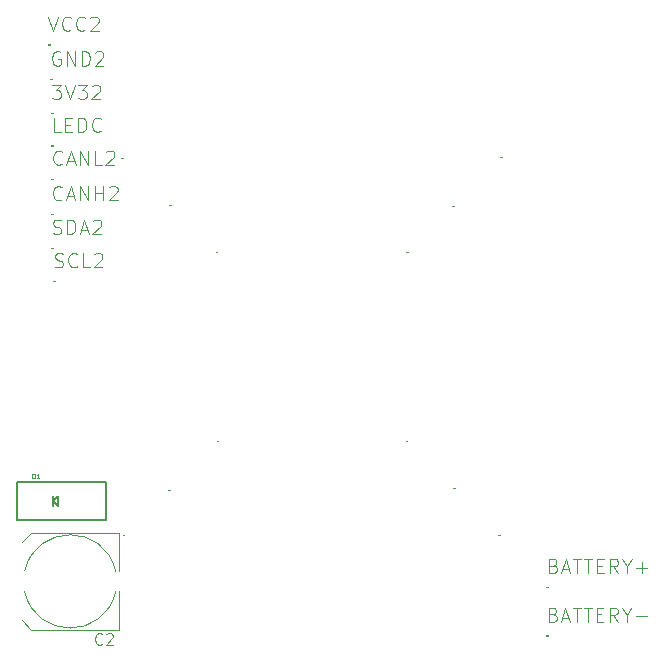
<source format=gbr>
G04 #@! TF.FileFunction,Legend,Top*
%FSLAX46Y46*%
G04 Gerber Fmt 4.6, Leading zero omitted, Abs format (unit mm)*
G04 Created by KiCad (PCBNEW 4.0.6) date 05/08/17 07:30:41*
%MOMM*%
%LPD*%
G01*
G04 APERTURE LIST*
%ADD10C,0.100000*%
%ADD11C,0.101600*%
%ADD12C,0.127000*%
%ADD13C,0.002032*%
%ADD14C,0.081280*%
%ADD15C,0.032512*%
G04 APERTURE END LIST*
D10*
D11*
X33828100Y-126757898D02*
G75*
G03X41528100Y-126757900I3850000J872599D01*
G01*
X41778100Y-126707900D02*
X41778100Y-129982900D01*
X41778100Y-129982900D02*
X34378100Y-129982900D01*
X34378100Y-129982900D02*
X33578100Y-129182900D01*
X33578100Y-122582900D02*
X34378100Y-121782900D01*
X34378100Y-121782900D02*
X41778100Y-121782900D01*
X41778100Y-121782900D02*
X41778100Y-125032900D01*
X41528100Y-125007902D02*
G75*
G03X33828100Y-125007900I-3850000J-872599D01*
G01*
D12*
X33143100Y-120475900D02*
X33143100Y-120227900D01*
X33143100Y-120227900D02*
X33143100Y-117481900D01*
X33143100Y-117481900D02*
X40748100Y-117481900D01*
X40748100Y-117481900D02*
X40748100Y-117687900D01*
X40748100Y-117687900D02*
X40748100Y-117745400D01*
X40748100Y-117687900D02*
X40748100Y-120681900D01*
X40748100Y-120681900D02*
X33143100Y-120681900D01*
X33143100Y-120681900D02*
X33143100Y-120227900D01*
X36614600Y-119526400D02*
X36614600Y-118637400D01*
X36614600Y-118637400D02*
X36233600Y-119081900D01*
X36233600Y-119081900D02*
X36614600Y-119526400D01*
X36233600Y-119526400D02*
X36233600Y-118637400D01*
D13*
X70133598Y-117943021D02*
X70147387Y-117943021D01*
X70140492Y-117967151D02*
X70140492Y-117943021D01*
X70155430Y-117967151D02*
X70155430Y-117943021D01*
X70164623Y-117943021D01*
X70166921Y-117944170D01*
X70168070Y-117945319D01*
X70169219Y-117947617D01*
X70169219Y-117951064D01*
X70168070Y-117953362D01*
X70166921Y-117954511D01*
X70164623Y-117955660D01*
X70155430Y-117955660D01*
X70187604Y-117954511D02*
X70191051Y-117955660D01*
X70192200Y-117956810D01*
X70193349Y-117959108D01*
X70193349Y-117962555D01*
X70192200Y-117964853D01*
X70191051Y-117966002D01*
X70188753Y-117967151D01*
X70179560Y-117967151D01*
X70179560Y-117943021D01*
X70187604Y-117943021D01*
X70189902Y-117944170D01*
X70191051Y-117945319D01*
X70192200Y-117947617D01*
X70192200Y-117949915D01*
X70191051Y-117952213D01*
X70189902Y-117953362D01*
X70187604Y-117954511D01*
X70179560Y-117954511D01*
X70202541Y-117945319D02*
X70203690Y-117944170D01*
X70205988Y-117943021D01*
X70211734Y-117943021D01*
X70214032Y-117944170D01*
X70215181Y-117945319D01*
X70216330Y-117947617D01*
X70216330Y-117949915D01*
X70215181Y-117953362D01*
X70201392Y-117967151D01*
X70216330Y-117967151D01*
X70227820Y-117966002D02*
X70227820Y-117967151D01*
X70226671Y-117969449D01*
X70225522Y-117970598D01*
X70249652Y-117943021D02*
X70238161Y-117943021D01*
X70237012Y-117954511D01*
X70238161Y-117953362D01*
X70240459Y-117952213D01*
X70246205Y-117952213D01*
X70248503Y-117953362D01*
X70249652Y-117954511D01*
X70250801Y-117956810D01*
X70250801Y-117962555D01*
X70249652Y-117964853D01*
X70248503Y-117966002D01*
X70246205Y-117967151D01*
X70240459Y-117967151D01*
X70238161Y-117966002D01*
X70237012Y-117964853D01*
X70271484Y-117951064D02*
X70271484Y-117967151D01*
X70265738Y-117941872D02*
X70259993Y-117959108D01*
X70274931Y-117959108D01*
X45993598Y-118124021D02*
X46007387Y-118124021D01*
X46000492Y-118148151D02*
X46000492Y-118124021D01*
X46015430Y-118148151D02*
X46015430Y-118124021D01*
X46024623Y-118124021D01*
X46026921Y-118125170D01*
X46028070Y-118126319D01*
X46029219Y-118128617D01*
X46029219Y-118132064D01*
X46028070Y-118134362D01*
X46026921Y-118135511D01*
X46024623Y-118136660D01*
X46015430Y-118136660D01*
X46047604Y-118135511D02*
X46051051Y-118136660D01*
X46052200Y-118137810D01*
X46053349Y-118140108D01*
X46053349Y-118143555D01*
X46052200Y-118145853D01*
X46051051Y-118147002D01*
X46048753Y-118148151D01*
X46039560Y-118148151D01*
X46039560Y-118124021D01*
X46047604Y-118124021D01*
X46049902Y-118125170D01*
X46051051Y-118126319D01*
X46052200Y-118128617D01*
X46052200Y-118130915D01*
X46051051Y-118133213D01*
X46049902Y-118134362D01*
X46047604Y-118135511D01*
X46039560Y-118135511D01*
X46062541Y-118126319D02*
X46063690Y-118125170D01*
X46065988Y-118124021D01*
X46071734Y-118124021D01*
X46074032Y-118125170D01*
X46075181Y-118126319D01*
X46076330Y-118128617D01*
X46076330Y-118130915D01*
X46075181Y-118134362D01*
X46061392Y-118148151D01*
X46076330Y-118148151D01*
X46087820Y-118147002D02*
X46087820Y-118148151D01*
X46086671Y-118150449D01*
X46085522Y-118151598D01*
X46109652Y-118124021D02*
X46098161Y-118124021D01*
X46097012Y-118135511D01*
X46098161Y-118134362D01*
X46100459Y-118133213D01*
X46106205Y-118133213D01*
X46108503Y-118134362D01*
X46109652Y-118135511D01*
X46110801Y-118137810D01*
X46110801Y-118143555D01*
X46109652Y-118145853D01*
X46108503Y-118147002D01*
X46106205Y-118148151D01*
X46100459Y-118148151D01*
X46098161Y-118147002D01*
X46097012Y-118145853D01*
X46131484Y-118132064D02*
X46131484Y-118148151D01*
X46125738Y-118122872D02*
X46119993Y-118140108D01*
X46134931Y-118140108D01*
X70022598Y-94074021D02*
X70036387Y-94074021D01*
X70029492Y-94098151D02*
X70029492Y-94074021D01*
X70044430Y-94098151D02*
X70044430Y-94074021D01*
X70053623Y-94074021D01*
X70055921Y-94075170D01*
X70057070Y-94076319D01*
X70058219Y-94078617D01*
X70058219Y-94082064D01*
X70057070Y-94084362D01*
X70055921Y-94085511D01*
X70053623Y-94086660D01*
X70044430Y-94086660D01*
X70076604Y-94085511D02*
X70080051Y-94086660D01*
X70081200Y-94087810D01*
X70082349Y-94090108D01*
X70082349Y-94093555D01*
X70081200Y-94095853D01*
X70080051Y-94097002D01*
X70077753Y-94098151D01*
X70068560Y-94098151D01*
X70068560Y-94074021D01*
X70076604Y-94074021D01*
X70078902Y-94075170D01*
X70080051Y-94076319D01*
X70081200Y-94078617D01*
X70081200Y-94080915D01*
X70080051Y-94083213D01*
X70078902Y-94084362D01*
X70076604Y-94085511D01*
X70068560Y-94085511D01*
X70091541Y-94076319D02*
X70092690Y-94075170D01*
X70094988Y-94074021D01*
X70100734Y-94074021D01*
X70103032Y-94075170D01*
X70104181Y-94076319D01*
X70105330Y-94078617D01*
X70105330Y-94080915D01*
X70104181Y-94084362D01*
X70090392Y-94098151D01*
X70105330Y-94098151D01*
X70116820Y-94097002D02*
X70116820Y-94098151D01*
X70115671Y-94100449D01*
X70114522Y-94101598D01*
X70138652Y-94074021D02*
X70127161Y-94074021D01*
X70126012Y-94085511D01*
X70127161Y-94084362D01*
X70129459Y-94083213D01*
X70135205Y-94083213D01*
X70137503Y-94084362D01*
X70138652Y-94085511D01*
X70139801Y-94087810D01*
X70139801Y-94093555D01*
X70138652Y-94095853D01*
X70137503Y-94097002D01*
X70135205Y-94098151D01*
X70129459Y-94098151D01*
X70127161Y-94097002D01*
X70126012Y-94095853D01*
X70160484Y-94082064D02*
X70160484Y-94098151D01*
X70154738Y-94072872D02*
X70148993Y-94090108D01*
X70163931Y-94090108D01*
X46072598Y-94014021D02*
X46086387Y-94014021D01*
X46079492Y-94038151D02*
X46079492Y-94014021D01*
X46094430Y-94038151D02*
X46094430Y-94014021D01*
X46103623Y-94014021D01*
X46105921Y-94015170D01*
X46107070Y-94016319D01*
X46108219Y-94018617D01*
X46108219Y-94022064D01*
X46107070Y-94024362D01*
X46105921Y-94025511D01*
X46103623Y-94026660D01*
X46094430Y-94026660D01*
X46126604Y-94025511D02*
X46130051Y-94026660D01*
X46131200Y-94027810D01*
X46132349Y-94030108D01*
X46132349Y-94033555D01*
X46131200Y-94035853D01*
X46130051Y-94037002D01*
X46127753Y-94038151D01*
X46118560Y-94038151D01*
X46118560Y-94014021D01*
X46126604Y-94014021D01*
X46128902Y-94015170D01*
X46130051Y-94016319D01*
X46131200Y-94018617D01*
X46131200Y-94020915D01*
X46130051Y-94023213D01*
X46128902Y-94024362D01*
X46126604Y-94025511D01*
X46118560Y-94025511D01*
X46141541Y-94016319D02*
X46142690Y-94015170D01*
X46144988Y-94014021D01*
X46150734Y-94014021D01*
X46153032Y-94015170D01*
X46154181Y-94016319D01*
X46155330Y-94018617D01*
X46155330Y-94020915D01*
X46154181Y-94024362D01*
X46140392Y-94038151D01*
X46155330Y-94038151D01*
X46166820Y-94037002D02*
X46166820Y-94038151D01*
X46165671Y-94040449D01*
X46164522Y-94041598D01*
X46188652Y-94014021D02*
X46177161Y-94014021D01*
X46176012Y-94025511D01*
X46177161Y-94024362D01*
X46179459Y-94023213D01*
X46185205Y-94023213D01*
X46187503Y-94024362D01*
X46188652Y-94025511D01*
X46189801Y-94027810D01*
X46189801Y-94033555D01*
X46188652Y-94035853D01*
X46187503Y-94037002D01*
X46185205Y-94038151D01*
X46179459Y-94038151D01*
X46177161Y-94037002D01*
X46176012Y-94035853D01*
X46210484Y-94022064D02*
X46210484Y-94038151D01*
X46204738Y-94012872D02*
X46198993Y-94030108D01*
X46213931Y-94030108D01*
X66088598Y-113970021D02*
X66102387Y-113970021D01*
X66095492Y-113994151D02*
X66095492Y-113970021D01*
X66110430Y-113994151D02*
X66110430Y-113970021D01*
X66119623Y-113970021D01*
X66121921Y-113971170D01*
X66123070Y-113972319D01*
X66124219Y-113974617D01*
X66124219Y-113978064D01*
X66123070Y-113980362D01*
X66121921Y-113981511D01*
X66119623Y-113982660D01*
X66110430Y-113982660D01*
X66142604Y-113981511D02*
X66146051Y-113982660D01*
X66147200Y-113983810D01*
X66148349Y-113986108D01*
X66148349Y-113989555D01*
X66147200Y-113991853D01*
X66146051Y-113993002D01*
X66143753Y-113994151D01*
X66134560Y-113994151D01*
X66134560Y-113970021D01*
X66142604Y-113970021D01*
X66144902Y-113971170D01*
X66146051Y-113972319D01*
X66147200Y-113974617D01*
X66147200Y-113976915D01*
X66146051Y-113979213D01*
X66144902Y-113980362D01*
X66142604Y-113981511D01*
X66134560Y-113981511D01*
X66157541Y-113972319D02*
X66158690Y-113971170D01*
X66160988Y-113970021D01*
X66166734Y-113970021D01*
X66169032Y-113971170D01*
X66170181Y-113972319D01*
X66171330Y-113974617D01*
X66171330Y-113976915D01*
X66170181Y-113980362D01*
X66156392Y-113994151D01*
X66171330Y-113994151D01*
X66182820Y-113993002D02*
X66182820Y-113994151D01*
X66181671Y-113996449D01*
X66180522Y-113997598D01*
X66204652Y-113970021D02*
X66193161Y-113970021D01*
X66192012Y-113981511D01*
X66193161Y-113980362D01*
X66195459Y-113979213D01*
X66201205Y-113979213D01*
X66203503Y-113980362D01*
X66204652Y-113981511D01*
X66205801Y-113983810D01*
X66205801Y-113989555D01*
X66204652Y-113991853D01*
X66203503Y-113993002D01*
X66201205Y-113994151D01*
X66195459Y-113994151D01*
X66193161Y-113993002D01*
X66192012Y-113991853D01*
X66226484Y-113978064D02*
X66226484Y-113994151D01*
X66220738Y-113968872D02*
X66214993Y-113986108D01*
X66229931Y-113986108D01*
X50096598Y-113958021D02*
X50110387Y-113958021D01*
X50103492Y-113982151D02*
X50103492Y-113958021D01*
X50118430Y-113982151D02*
X50118430Y-113958021D01*
X50127623Y-113958021D01*
X50129921Y-113959170D01*
X50131070Y-113960319D01*
X50132219Y-113962617D01*
X50132219Y-113966064D01*
X50131070Y-113968362D01*
X50129921Y-113969511D01*
X50127623Y-113970660D01*
X50118430Y-113970660D01*
X50150604Y-113969511D02*
X50154051Y-113970660D01*
X50155200Y-113971810D01*
X50156349Y-113974108D01*
X50156349Y-113977555D01*
X50155200Y-113979853D01*
X50154051Y-113981002D01*
X50151753Y-113982151D01*
X50142560Y-113982151D01*
X50142560Y-113958021D01*
X50150604Y-113958021D01*
X50152902Y-113959170D01*
X50154051Y-113960319D01*
X50155200Y-113962617D01*
X50155200Y-113964915D01*
X50154051Y-113967213D01*
X50152902Y-113968362D01*
X50150604Y-113969511D01*
X50142560Y-113969511D01*
X50165541Y-113960319D02*
X50166690Y-113959170D01*
X50168988Y-113958021D01*
X50174734Y-113958021D01*
X50177032Y-113959170D01*
X50178181Y-113960319D01*
X50179330Y-113962617D01*
X50179330Y-113964915D01*
X50178181Y-113968362D01*
X50164392Y-113982151D01*
X50179330Y-113982151D01*
X50190820Y-113981002D02*
X50190820Y-113982151D01*
X50189671Y-113984449D01*
X50188522Y-113985598D01*
X50212652Y-113958021D02*
X50201161Y-113958021D01*
X50200012Y-113969511D01*
X50201161Y-113968362D01*
X50203459Y-113967213D01*
X50209205Y-113967213D01*
X50211503Y-113968362D01*
X50212652Y-113969511D01*
X50213801Y-113971810D01*
X50213801Y-113977555D01*
X50212652Y-113979853D01*
X50211503Y-113981002D01*
X50209205Y-113982151D01*
X50203459Y-113982151D01*
X50201161Y-113981002D01*
X50200012Y-113979853D01*
X50234484Y-113966064D02*
X50234484Y-113982151D01*
X50228738Y-113956872D02*
X50222993Y-113974108D01*
X50237931Y-113974108D01*
X66137598Y-97953021D02*
X66151387Y-97953021D01*
X66144492Y-97977151D02*
X66144492Y-97953021D01*
X66159430Y-97977151D02*
X66159430Y-97953021D01*
X66168623Y-97953021D01*
X66170921Y-97954170D01*
X66172070Y-97955319D01*
X66173219Y-97957617D01*
X66173219Y-97961064D01*
X66172070Y-97963362D01*
X66170921Y-97964511D01*
X66168623Y-97965660D01*
X66159430Y-97965660D01*
X66191604Y-97964511D02*
X66195051Y-97965660D01*
X66196200Y-97966810D01*
X66197349Y-97969108D01*
X66197349Y-97972555D01*
X66196200Y-97974853D01*
X66195051Y-97976002D01*
X66192753Y-97977151D01*
X66183560Y-97977151D01*
X66183560Y-97953021D01*
X66191604Y-97953021D01*
X66193902Y-97954170D01*
X66195051Y-97955319D01*
X66196200Y-97957617D01*
X66196200Y-97959915D01*
X66195051Y-97962213D01*
X66193902Y-97963362D01*
X66191604Y-97964511D01*
X66183560Y-97964511D01*
X66206541Y-97955319D02*
X66207690Y-97954170D01*
X66209988Y-97953021D01*
X66215734Y-97953021D01*
X66218032Y-97954170D01*
X66219181Y-97955319D01*
X66220330Y-97957617D01*
X66220330Y-97959915D01*
X66219181Y-97963362D01*
X66205392Y-97977151D01*
X66220330Y-97977151D01*
X66231820Y-97976002D02*
X66231820Y-97977151D01*
X66230671Y-97979449D01*
X66229522Y-97980598D01*
X66253652Y-97953021D02*
X66242161Y-97953021D01*
X66241012Y-97964511D01*
X66242161Y-97963362D01*
X66244459Y-97962213D01*
X66250205Y-97962213D01*
X66252503Y-97963362D01*
X66253652Y-97964511D01*
X66254801Y-97966810D01*
X66254801Y-97972555D01*
X66253652Y-97974853D01*
X66252503Y-97976002D01*
X66250205Y-97977151D01*
X66244459Y-97977151D01*
X66242161Y-97976002D01*
X66241012Y-97974853D01*
X66275484Y-97961064D02*
X66275484Y-97977151D01*
X66269738Y-97951872D02*
X66263993Y-97969108D01*
X66278931Y-97969108D01*
X49990598Y-97979021D02*
X50004387Y-97979021D01*
X49997492Y-98003151D02*
X49997492Y-97979021D01*
X50012430Y-98003151D02*
X50012430Y-97979021D01*
X50021623Y-97979021D01*
X50023921Y-97980170D01*
X50025070Y-97981319D01*
X50026219Y-97983617D01*
X50026219Y-97987064D01*
X50025070Y-97989362D01*
X50023921Y-97990511D01*
X50021623Y-97991660D01*
X50012430Y-97991660D01*
X50044604Y-97990511D02*
X50048051Y-97991660D01*
X50049200Y-97992810D01*
X50050349Y-97995108D01*
X50050349Y-97998555D01*
X50049200Y-98000853D01*
X50048051Y-98002002D01*
X50045753Y-98003151D01*
X50036560Y-98003151D01*
X50036560Y-97979021D01*
X50044604Y-97979021D01*
X50046902Y-97980170D01*
X50048051Y-97981319D01*
X50049200Y-97983617D01*
X50049200Y-97985915D01*
X50048051Y-97988213D01*
X50046902Y-97989362D01*
X50044604Y-97990511D01*
X50036560Y-97990511D01*
X50059541Y-97981319D02*
X50060690Y-97980170D01*
X50062988Y-97979021D01*
X50068734Y-97979021D01*
X50071032Y-97980170D01*
X50072181Y-97981319D01*
X50073330Y-97983617D01*
X50073330Y-97985915D01*
X50072181Y-97989362D01*
X50058392Y-98003151D01*
X50073330Y-98003151D01*
X50084820Y-98002002D02*
X50084820Y-98003151D01*
X50083671Y-98005449D01*
X50082522Y-98006598D01*
X50106652Y-97979021D02*
X50095161Y-97979021D01*
X50094012Y-97990511D01*
X50095161Y-97989362D01*
X50097459Y-97988213D01*
X50103205Y-97988213D01*
X50105503Y-97989362D01*
X50106652Y-97990511D01*
X50107801Y-97992810D01*
X50107801Y-97998555D01*
X50106652Y-98000853D01*
X50105503Y-98002002D01*
X50103205Y-98003151D01*
X50097459Y-98003151D01*
X50095161Y-98002002D01*
X50094012Y-98000853D01*
X50128484Y-97987064D02*
X50128484Y-98003151D01*
X50122738Y-97977872D02*
X50116993Y-97995108D01*
X50131931Y-97995108D01*
X41973598Y-90002021D02*
X41987387Y-90002021D01*
X41980492Y-90026151D02*
X41980492Y-90002021D01*
X41995430Y-90026151D02*
X41995430Y-90002021D01*
X42004623Y-90002021D01*
X42006921Y-90003170D01*
X42008070Y-90004319D01*
X42009219Y-90006617D01*
X42009219Y-90010064D01*
X42008070Y-90012362D01*
X42006921Y-90013511D01*
X42004623Y-90014660D01*
X41995430Y-90014660D01*
X42027604Y-90013511D02*
X42031051Y-90014660D01*
X42032200Y-90015810D01*
X42033349Y-90018108D01*
X42033349Y-90021555D01*
X42032200Y-90023853D01*
X42031051Y-90025002D01*
X42028753Y-90026151D01*
X42019560Y-90026151D01*
X42019560Y-90002021D01*
X42027604Y-90002021D01*
X42029902Y-90003170D01*
X42031051Y-90004319D01*
X42032200Y-90006617D01*
X42032200Y-90008915D01*
X42031051Y-90011213D01*
X42029902Y-90012362D01*
X42027604Y-90013511D01*
X42019560Y-90013511D01*
X42042541Y-90004319D02*
X42043690Y-90003170D01*
X42045988Y-90002021D01*
X42051734Y-90002021D01*
X42054032Y-90003170D01*
X42055181Y-90004319D01*
X42056330Y-90006617D01*
X42056330Y-90008915D01*
X42055181Y-90012362D01*
X42041392Y-90026151D01*
X42056330Y-90026151D01*
X42067820Y-90025002D02*
X42067820Y-90026151D01*
X42066671Y-90028449D01*
X42065522Y-90029598D01*
X42089652Y-90002021D02*
X42078161Y-90002021D01*
X42077012Y-90013511D01*
X42078161Y-90012362D01*
X42080459Y-90011213D01*
X42086205Y-90011213D01*
X42088503Y-90012362D01*
X42089652Y-90013511D01*
X42090801Y-90015810D01*
X42090801Y-90021555D01*
X42089652Y-90023853D01*
X42088503Y-90025002D01*
X42086205Y-90026151D01*
X42080459Y-90026151D01*
X42078161Y-90025002D01*
X42077012Y-90023853D01*
X42111484Y-90010064D02*
X42111484Y-90026151D01*
X42105738Y-90000872D02*
X42099993Y-90018108D01*
X42114931Y-90018108D01*
X42118598Y-121925021D02*
X42132387Y-121925021D01*
X42125492Y-121949151D02*
X42125492Y-121925021D01*
X42140430Y-121949151D02*
X42140430Y-121925021D01*
X42149623Y-121925021D01*
X42151921Y-121926170D01*
X42153070Y-121927319D01*
X42154219Y-121929617D01*
X42154219Y-121933064D01*
X42153070Y-121935362D01*
X42151921Y-121936511D01*
X42149623Y-121937660D01*
X42140430Y-121937660D01*
X42172604Y-121936511D02*
X42176051Y-121937660D01*
X42177200Y-121938810D01*
X42178349Y-121941108D01*
X42178349Y-121944555D01*
X42177200Y-121946853D01*
X42176051Y-121948002D01*
X42173753Y-121949151D01*
X42164560Y-121949151D01*
X42164560Y-121925021D01*
X42172604Y-121925021D01*
X42174902Y-121926170D01*
X42176051Y-121927319D01*
X42177200Y-121929617D01*
X42177200Y-121931915D01*
X42176051Y-121934213D01*
X42174902Y-121935362D01*
X42172604Y-121936511D01*
X42164560Y-121936511D01*
X42187541Y-121927319D02*
X42188690Y-121926170D01*
X42190988Y-121925021D01*
X42196734Y-121925021D01*
X42199032Y-121926170D01*
X42200181Y-121927319D01*
X42201330Y-121929617D01*
X42201330Y-121931915D01*
X42200181Y-121935362D01*
X42186392Y-121949151D01*
X42201330Y-121949151D01*
X42212820Y-121948002D02*
X42212820Y-121949151D01*
X42211671Y-121951449D01*
X42210522Y-121952598D01*
X42234652Y-121925021D02*
X42223161Y-121925021D01*
X42222012Y-121936511D01*
X42223161Y-121935362D01*
X42225459Y-121934213D01*
X42231205Y-121934213D01*
X42233503Y-121935362D01*
X42234652Y-121936511D01*
X42235801Y-121938810D01*
X42235801Y-121944555D01*
X42234652Y-121946853D01*
X42233503Y-121948002D01*
X42231205Y-121949151D01*
X42225459Y-121949151D01*
X42223161Y-121948002D01*
X42222012Y-121946853D01*
X42256484Y-121933064D02*
X42256484Y-121949151D01*
X42250738Y-121923872D02*
X42244993Y-121941108D01*
X42259931Y-121941108D01*
X73937598Y-121952021D02*
X73951387Y-121952021D01*
X73944492Y-121976151D02*
X73944492Y-121952021D01*
X73959430Y-121976151D02*
X73959430Y-121952021D01*
X73968623Y-121952021D01*
X73970921Y-121953170D01*
X73972070Y-121954319D01*
X73973219Y-121956617D01*
X73973219Y-121960064D01*
X73972070Y-121962362D01*
X73970921Y-121963511D01*
X73968623Y-121964660D01*
X73959430Y-121964660D01*
X73991604Y-121963511D02*
X73995051Y-121964660D01*
X73996200Y-121965810D01*
X73997349Y-121968108D01*
X73997349Y-121971555D01*
X73996200Y-121973853D01*
X73995051Y-121975002D01*
X73992753Y-121976151D01*
X73983560Y-121976151D01*
X73983560Y-121952021D01*
X73991604Y-121952021D01*
X73993902Y-121953170D01*
X73995051Y-121954319D01*
X73996200Y-121956617D01*
X73996200Y-121958915D01*
X73995051Y-121961213D01*
X73993902Y-121962362D01*
X73991604Y-121963511D01*
X73983560Y-121963511D01*
X74006541Y-121954319D02*
X74007690Y-121953170D01*
X74009988Y-121952021D01*
X74015734Y-121952021D01*
X74018032Y-121953170D01*
X74019181Y-121954319D01*
X74020330Y-121956617D01*
X74020330Y-121958915D01*
X74019181Y-121962362D01*
X74005392Y-121976151D01*
X74020330Y-121976151D01*
X74031820Y-121975002D02*
X74031820Y-121976151D01*
X74030671Y-121978449D01*
X74029522Y-121979598D01*
X74053652Y-121952021D02*
X74042161Y-121952021D01*
X74041012Y-121963511D01*
X74042161Y-121962362D01*
X74044459Y-121961213D01*
X74050205Y-121961213D01*
X74052503Y-121962362D01*
X74053652Y-121963511D01*
X74054801Y-121965810D01*
X74054801Y-121971555D01*
X74053652Y-121973853D01*
X74052503Y-121975002D01*
X74050205Y-121976151D01*
X74044459Y-121976151D01*
X74042161Y-121975002D01*
X74041012Y-121973853D01*
X74075484Y-121960064D02*
X74075484Y-121976151D01*
X74069738Y-121950872D02*
X74063993Y-121968108D01*
X74078931Y-121968108D01*
X74102598Y-89920021D02*
X74116387Y-89920021D01*
X74109492Y-89944151D02*
X74109492Y-89920021D01*
X74124430Y-89944151D02*
X74124430Y-89920021D01*
X74133623Y-89920021D01*
X74135921Y-89921170D01*
X74137070Y-89922319D01*
X74138219Y-89924617D01*
X74138219Y-89928064D01*
X74137070Y-89930362D01*
X74135921Y-89931511D01*
X74133623Y-89932660D01*
X74124430Y-89932660D01*
X74156604Y-89931511D02*
X74160051Y-89932660D01*
X74161200Y-89933810D01*
X74162349Y-89936108D01*
X74162349Y-89939555D01*
X74161200Y-89941853D01*
X74160051Y-89943002D01*
X74157753Y-89944151D01*
X74148560Y-89944151D01*
X74148560Y-89920021D01*
X74156604Y-89920021D01*
X74158902Y-89921170D01*
X74160051Y-89922319D01*
X74161200Y-89924617D01*
X74161200Y-89926915D01*
X74160051Y-89929213D01*
X74158902Y-89930362D01*
X74156604Y-89931511D01*
X74148560Y-89931511D01*
X74171541Y-89922319D02*
X74172690Y-89921170D01*
X74174988Y-89920021D01*
X74180734Y-89920021D01*
X74183032Y-89921170D01*
X74184181Y-89922319D01*
X74185330Y-89924617D01*
X74185330Y-89926915D01*
X74184181Y-89930362D01*
X74170392Y-89944151D01*
X74185330Y-89944151D01*
X74196820Y-89943002D02*
X74196820Y-89944151D01*
X74195671Y-89946449D01*
X74194522Y-89947598D01*
X74218652Y-89920021D02*
X74207161Y-89920021D01*
X74206012Y-89931511D01*
X74207161Y-89930362D01*
X74209459Y-89929213D01*
X74215205Y-89929213D01*
X74217503Y-89930362D01*
X74218652Y-89931511D01*
X74219801Y-89933810D01*
X74219801Y-89939555D01*
X74218652Y-89941853D01*
X74217503Y-89943002D01*
X74215205Y-89944151D01*
X74209459Y-89944151D01*
X74207161Y-89943002D01*
X74206012Y-89941853D01*
X74240484Y-89928064D02*
X74240484Y-89944151D01*
X74234738Y-89918872D02*
X74228993Y-89936108D01*
X74243931Y-89936108D01*
D11*
X78602229Y-124543571D02*
X78774586Y-124601024D01*
X78832038Y-124658476D01*
X78889490Y-124773381D01*
X78889490Y-124945738D01*
X78832038Y-125060643D01*
X78774586Y-125118095D01*
X78659681Y-125175548D01*
X78200062Y-125175548D01*
X78200062Y-123969048D01*
X78602229Y-123969048D01*
X78717133Y-124026500D01*
X78774586Y-124083952D01*
X78832038Y-124198857D01*
X78832038Y-124313762D01*
X78774586Y-124428667D01*
X78717133Y-124486119D01*
X78602229Y-124543571D01*
X78200062Y-124543571D01*
X79349110Y-124830833D02*
X79923633Y-124830833D01*
X79234205Y-125175548D02*
X79636371Y-123969048D01*
X80038538Y-125175548D01*
X80268348Y-123969048D02*
X80957776Y-123969048D01*
X80613062Y-125175548D02*
X80613062Y-123969048D01*
X81187586Y-123969048D02*
X81877014Y-123969048D01*
X81532300Y-125175548D02*
X81532300Y-123969048D01*
X82279181Y-124543571D02*
X82681348Y-124543571D01*
X82853705Y-125175548D02*
X82279181Y-125175548D01*
X82279181Y-123969048D01*
X82853705Y-123969048D01*
X84060204Y-125175548D02*
X83658038Y-124601024D01*
X83370776Y-125175548D02*
X83370776Y-123969048D01*
X83830395Y-123969048D01*
X83945300Y-124026500D01*
X84002752Y-124083952D01*
X84060204Y-124198857D01*
X84060204Y-124371214D01*
X84002752Y-124486119D01*
X83945300Y-124543571D01*
X83830395Y-124601024D01*
X83370776Y-124601024D01*
X84807085Y-124601024D02*
X84807085Y-125175548D01*
X84404919Y-123969048D02*
X84807085Y-124601024D01*
X85209252Y-123969048D01*
X85611419Y-124715929D02*
X86530657Y-124715929D01*
X86071038Y-125175548D02*
X86071038Y-124256310D01*
D13*
X77960445Y-126339751D02*
X77960445Y-126315621D01*
X77969638Y-126315621D01*
X77971936Y-126316770D01*
X77973085Y-126317919D01*
X77974234Y-126320217D01*
X77974234Y-126323664D01*
X77973085Y-126325962D01*
X77971936Y-126327111D01*
X77969638Y-126328260D01*
X77960445Y-126328260D01*
X77981128Y-126315621D02*
X77994917Y-126315621D01*
X77988022Y-126339751D02*
X77988022Y-126315621D01*
X78016749Y-126339751D02*
X78008705Y-126328260D01*
X78002960Y-126339751D02*
X78002960Y-126315621D01*
X78012153Y-126315621D01*
X78014451Y-126316770D01*
X78015600Y-126317919D01*
X78016749Y-126320217D01*
X78016749Y-126323664D01*
X78015600Y-126325962D01*
X78014451Y-126327111D01*
X78012153Y-126328260D01*
X78002960Y-126328260D01*
X78039730Y-126339751D02*
X78025941Y-126339751D01*
X78032835Y-126339751D02*
X78032835Y-126315621D01*
X78030537Y-126319068D01*
X78028239Y-126321366D01*
X78025941Y-126322515D01*
X78046624Y-126315621D02*
X78060413Y-126315621D01*
X78053518Y-126339751D02*
X78053518Y-126315621D01*
X78068456Y-126339751D02*
X78068456Y-126315621D01*
X78077649Y-126315621D01*
X78079947Y-126316770D01*
X78081096Y-126317919D01*
X78082245Y-126320217D01*
X78082245Y-126323664D01*
X78081096Y-126325962D01*
X78079947Y-126327111D01*
X78077649Y-126328260D01*
X78068456Y-126328260D01*
X78105226Y-126339751D02*
X78091437Y-126339751D01*
X78098331Y-126339751D02*
X78098331Y-126315621D01*
X78096033Y-126319068D01*
X78093735Y-126321366D01*
X78091437Y-126322515D01*
X78128207Y-126339751D02*
X78114418Y-126339751D01*
X78121312Y-126339751D02*
X78121312Y-126315621D01*
X78119014Y-126319068D01*
X78116716Y-126321366D01*
X78114418Y-126322515D01*
X78152337Y-126339751D02*
X78144293Y-126328260D01*
X78138548Y-126339751D02*
X78138548Y-126315621D01*
X78147741Y-126315621D01*
X78150039Y-126316770D01*
X78151188Y-126317919D01*
X78152337Y-126320217D01*
X78152337Y-126323664D01*
X78151188Y-126325962D01*
X78150039Y-126327111D01*
X78147741Y-126328260D01*
X78138548Y-126328260D01*
D11*
X78584029Y-128677571D02*
X78756386Y-128735024D01*
X78813838Y-128792476D01*
X78871290Y-128907381D01*
X78871290Y-129079738D01*
X78813838Y-129194643D01*
X78756386Y-129252095D01*
X78641481Y-129309548D01*
X78181862Y-129309548D01*
X78181862Y-128103048D01*
X78584029Y-128103048D01*
X78698933Y-128160500D01*
X78756386Y-128217952D01*
X78813838Y-128332857D01*
X78813838Y-128447762D01*
X78756386Y-128562667D01*
X78698933Y-128620119D01*
X78584029Y-128677571D01*
X78181862Y-128677571D01*
X79330910Y-128964833D02*
X79905433Y-128964833D01*
X79216005Y-129309548D02*
X79618171Y-128103048D01*
X80020338Y-129309548D01*
X80250148Y-128103048D02*
X80939576Y-128103048D01*
X80594862Y-129309548D02*
X80594862Y-128103048D01*
X81169386Y-128103048D02*
X81858814Y-128103048D01*
X81514100Y-129309548D02*
X81514100Y-128103048D01*
X82260981Y-128677571D02*
X82663148Y-128677571D01*
X82835505Y-129309548D02*
X82260981Y-129309548D01*
X82260981Y-128103048D01*
X82835505Y-128103048D01*
X84042004Y-129309548D02*
X83639838Y-128735024D01*
X83352576Y-129309548D02*
X83352576Y-128103048D01*
X83812195Y-128103048D01*
X83927100Y-128160500D01*
X83984552Y-128217952D01*
X84042004Y-128332857D01*
X84042004Y-128505214D01*
X83984552Y-128620119D01*
X83927100Y-128677571D01*
X83812195Y-128735024D01*
X83352576Y-128735024D01*
X84788885Y-128735024D02*
X84788885Y-129309548D01*
X84386719Y-128103048D02*
X84788885Y-128735024D01*
X85191052Y-128103048D01*
X85593219Y-128849929D02*
X86512457Y-128849929D01*
D13*
X77942245Y-130473751D02*
X77942245Y-130449621D01*
X77951438Y-130449621D01*
X77953736Y-130450770D01*
X77954885Y-130451919D01*
X77956034Y-130454217D01*
X77956034Y-130457664D01*
X77954885Y-130459962D01*
X77953736Y-130461111D01*
X77951438Y-130462260D01*
X77942245Y-130462260D01*
X77962928Y-130449621D02*
X77976717Y-130449621D01*
X77969822Y-130473751D02*
X77969822Y-130449621D01*
X77998549Y-130473751D02*
X77990505Y-130462260D01*
X77984760Y-130473751D02*
X77984760Y-130449621D01*
X77993953Y-130449621D01*
X77996251Y-130450770D01*
X77997400Y-130451919D01*
X77998549Y-130454217D01*
X77998549Y-130457664D01*
X77997400Y-130459962D01*
X77996251Y-130461111D01*
X77993953Y-130462260D01*
X77984760Y-130462260D01*
X78021530Y-130473751D02*
X78007741Y-130473751D01*
X78014635Y-130473751D02*
X78014635Y-130449621D01*
X78012337Y-130453068D01*
X78010039Y-130455366D01*
X78007741Y-130456515D01*
X78028424Y-130449621D02*
X78042213Y-130449621D01*
X78035318Y-130473751D02*
X78035318Y-130449621D01*
X78050256Y-130473751D02*
X78050256Y-130449621D01*
X78059449Y-130449621D01*
X78061747Y-130450770D01*
X78062896Y-130451919D01*
X78064045Y-130454217D01*
X78064045Y-130457664D01*
X78062896Y-130459962D01*
X78061747Y-130461111D01*
X78059449Y-130462260D01*
X78050256Y-130462260D01*
X78087026Y-130473751D02*
X78073237Y-130473751D01*
X78080131Y-130473751D02*
X78080131Y-130449621D01*
X78077833Y-130453068D01*
X78075535Y-130455366D01*
X78073237Y-130456515D01*
X78110007Y-130473751D02*
X78096218Y-130473751D01*
X78103112Y-130473751D02*
X78103112Y-130449621D01*
X78100814Y-130453068D01*
X78098516Y-130455366D01*
X78096218Y-130456515D01*
X78134137Y-130473751D02*
X78126093Y-130462260D01*
X78120348Y-130473751D02*
X78120348Y-130449621D01*
X78129541Y-130449621D01*
X78131839Y-130450770D01*
X78132988Y-130451919D01*
X78134137Y-130454217D01*
X78134137Y-130457664D01*
X78132988Y-130459962D01*
X78131839Y-130461111D01*
X78129541Y-130462260D01*
X78120348Y-130462260D01*
D11*
X35832105Y-78055048D02*
X36234271Y-79261548D01*
X36636438Y-78055048D01*
X37728033Y-79146643D02*
X37670581Y-79204095D01*
X37498224Y-79261548D01*
X37383319Y-79261548D01*
X37210962Y-79204095D01*
X37096057Y-79089190D01*
X37038605Y-78974286D01*
X36981153Y-78744476D01*
X36981153Y-78572119D01*
X37038605Y-78342310D01*
X37096057Y-78227405D01*
X37210962Y-78112500D01*
X37383319Y-78055048D01*
X37498224Y-78055048D01*
X37670581Y-78112500D01*
X37728033Y-78169952D01*
X38934533Y-79146643D02*
X38877081Y-79204095D01*
X38704724Y-79261548D01*
X38589819Y-79261548D01*
X38417462Y-79204095D01*
X38302557Y-79089190D01*
X38245105Y-78974286D01*
X38187653Y-78744476D01*
X38187653Y-78572119D01*
X38245105Y-78342310D01*
X38302557Y-78227405D01*
X38417462Y-78112500D01*
X38589819Y-78055048D01*
X38704724Y-78055048D01*
X38877081Y-78112500D01*
X38934533Y-78169952D01*
X39394153Y-78169952D02*
X39451605Y-78112500D01*
X39566510Y-78055048D01*
X39853772Y-78055048D01*
X39968676Y-78112500D01*
X40026129Y-78169952D01*
X40083581Y-78284857D01*
X40083581Y-78399762D01*
X40026129Y-78572119D01*
X39336700Y-79261548D01*
X40083581Y-79261548D01*
D13*
X35764845Y-80425751D02*
X35764845Y-80401621D01*
X35774038Y-80401621D01*
X35776336Y-80402770D01*
X35777485Y-80403919D01*
X35778634Y-80406217D01*
X35778634Y-80409664D01*
X35777485Y-80411962D01*
X35776336Y-80413111D01*
X35774038Y-80414260D01*
X35764845Y-80414260D01*
X35785528Y-80401621D02*
X35799317Y-80401621D01*
X35792422Y-80425751D02*
X35792422Y-80401621D01*
X35821149Y-80425751D02*
X35813105Y-80414260D01*
X35807360Y-80425751D02*
X35807360Y-80401621D01*
X35816553Y-80401621D01*
X35818851Y-80402770D01*
X35820000Y-80403919D01*
X35821149Y-80406217D01*
X35821149Y-80409664D01*
X35820000Y-80411962D01*
X35818851Y-80413111D01*
X35816553Y-80414260D01*
X35807360Y-80414260D01*
X35844130Y-80425751D02*
X35830341Y-80425751D01*
X35837235Y-80425751D02*
X35837235Y-80401621D01*
X35834937Y-80405068D01*
X35832639Y-80407366D01*
X35830341Y-80408515D01*
X35851024Y-80401621D02*
X35864813Y-80401621D01*
X35857918Y-80425751D02*
X35857918Y-80401621D01*
X35872856Y-80425751D02*
X35872856Y-80401621D01*
X35882049Y-80401621D01*
X35884347Y-80402770D01*
X35885496Y-80403919D01*
X35886645Y-80406217D01*
X35886645Y-80409664D01*
X35885496Y-80411962D01*
X35884347Y-80413111D01*
X35882049Y-80414260D01*
X35872856Y-80414260D01*
X35909626Y-80425751D02*
X35895837Y-80425751D01*
X35902731Y-80425751D02*
X35902731Y-80401621D01*
X35900433Y-80405068D01*
X35898135Y-80407366D01*
X35895837Y-80408515D01*
X35932607Y-80425751D02*
X35918818Y-80425751D01*
X35925712Y-80425751D02*
X35925712Y-80401621D01*
X35923414Y-80405068D01*
X35921116Y-80407366D01*
X35918818Y-80408515D01*
X35956737Y-80425751D02*
X35948693Y-80414260D01*
X35942948Y-80425751D02*
X35942948Y-80401621D01*
X35952141Y-80401621D01*
X35954439Y-80402770D01*
X35955588Y-80403919D01*
X35956737Y-80406217D01*
X35956737Y-80409664D01*
X35955588Y-80411962D01*
X35954439Y-80413111D01*
X35952141Y-80414260D01*
X35942948Y-80414260D01*
D11*
X36822438Y-81057500D02*
X36707533Y-81000048D01*
X36535176Y-81000048D01*
X36362819Y-81057500D01*
X36247914Y-81172405D01*
X36190462Y-81287310D01*
X36133010Y-81517119D01*
X36133010Y-81689476D01*
X36190462Y-81919286D01*
X36247914Y-82034190D01*
X36362819Y-82149095D01*
X36535176Y-82206548D01*
X36650081Y-82206548D01*
X36822438Y-82149095D01*
X36879890Y-82091643D01*
X36879890Y-81689476D01*
X36650081Y-81689476D01*
X37396962Y-82206548D02*
X37396962Y-81000048D01*
X38086390Y-82206548D01*
X38086390Y-81000048D01*
X38660914Y-82206548D02*
X38660914Y-81000048D01*
X38948176Y-81000048D01*
X39120533Y-81057500D01*
X39235438Y-81172405D01*
X39292890Y-81287310D01*
X39350342Y-81517119D01*
X39350342Y-81689476D01*
X39292890Y-81919286D01*
X39235438Y-82034190D01*
X39120533Y-82149095D01*
X38948176Y-82206548D01*
X38660914Y-82206548D01*
X39809962Y-81114952D02*
X39867414Y-81057500D01*
X39982319Y-81000048D01*
X40269581Y-81000048D01*
X40384485Y-81057500D01*
X40441938Y-81114952D01*
X40499390Y-81229857D01*
X40499390Y-81344762D01*
X40441938Y-81517119D01*
X39752509Y-82206548D01*
X40499390Y-82206548D01*
D13*
X35950845Y-83370751D02*
X35950845Y-83346621D01*
X35960038Y-83346621D01*
X35962336Y-83347770D01*
X35963485Y-83348919D01*
X35964634Y-83351217D01*
X35964634Y-83354664D01*
X35963485Y-83356962D01*
X35962336Y-83358111D01*
X35960038Y-83359260D01*
X35950845Y-83359260D01*
X35971528Y-83346621D02*
X35985317Y-83346621D01*
X35978422Y-83370751D02*
X35978422Y-83346621D01*
X36007149Y-83370751D02*
X35999105Y-83359260D01*
X35993360Y-83370751D02*
X35993360Y-83346621D01*
X36002553Y-83346621D01*
X36004851Y-83347770D01*
X36006000Y-83348919D01*
X36007149Y-83351217D01*
X36007149Y-83354664D01*
X36006000Y-83356962D01*
X36004851Y-83358111D01*
X36002553Y-83359260D01*
X35993360Y-83359260D01*
X36030130Y-83370751D02*
X36016341Y-83370751D01*
X36023235Y-83370751D02*
X36023235Y-83346621D01*
X36020937Y-83350068D01*
X36018639Y-83352366D01*
X36016341Y-83353515D01*
X36037024Y-83346621D02*
X36050813Y-83346621D01*
X36043918Y-83370751D02*
X36043918Y-83346621D01*
X36058856Y-83370751D02*
X36058856Y-83346621D01*
X36068049Y-83346621D01*
X36070347Y-83347770D01*
X36071496Y-83348919D01*
X36072645Y-83351217D01*
X36072645Y-83354664D01*
X36071496Y-83356962D01*
X36070347Y-83358111D01*
X36068049Y-83359260D01*
X36058856Y-83359260D01*
X36095626Y-83370751D02*
X36081837Y-83370751D01*
X36088731Y-83370751D02*
X36088731Y-83346621D01*
X36086433Y-83350068D01*
X36084135Y-83352366D01*
X36081837Y-83353515D01*
X36118607Y-83370751D02*
X36104818Y-83370751D01*
X36111712Y-83370751D02*
X36111712Y-83346621D01*
X36109414Y-83350068D01*
X36107116Y-83352366D01*
X36104818Y-83353515D01*
X36142737Y-83370751D02*
X36134693Y-83359260D01*
X36128948Y-83370751D02*
X36128948Y-83346621D01*
X36138141Y-83346621D01*
X36140439Y-83347770D01*
X36141588Y-83348919D01*
X36142737Y-83351217D01*
X36142737Y-83354664D01*
X36141588Y-83356962D01*
X36140439Y-83358111D01*
X36138141Y-83359260D01*
X36128948Y-83359260D01*
D11*
X36991890Y-90516643D02*
X36934438Y-90574095D01*
X36762081Y-90631548D01*
X36647176Y-90631548D01*
X36474819Y-90574095D01*
X36359914Y-90459190D01*
X36302462Y-90344286D01*
X36245010Y-90114476D01*
X36245010Y-89942119D01*
X36302462Y-89712310D01*
X36359914Y-89597405D01*
X36474819Y-89482500D01*
X36647176Y-89425048D01*
X36762081Y-89425048D01*
X36934438Y-89482500D01*
X36991890Y-89539952D01*
X37451510Y-90286833D02*
X38026033Y-90286833D01*
X37336605Y-90631548D02*
X37738771Y-89425048D01*
X38140938Y-90631548D01*
X38543105Y-90631548D02*
X38543105Y-89425048D01*
X39232533Y-90631548D01*
X39232533Y-89425048D01*
X40381581Y-90631548D02*
X39807057Y-90631548D01*
X39807057Y-89425048D01*
X40726295Y-89539952D02*
X40783747Y-89482500D01*
X40898652Y-89425048D01*
X41185914Y-89425048D01*
X41300818Y-89482500D01*
X41358271Y-89539952D01*
X41415723Y-89654857D01*
X41415723Y-89769762D01*
X41358271Y-89942119D01*
X40668842Y-90631548D01*
X41415723Y-90631548D01*
D13*
X36062845Y-91795751D02*
X36062845Y-91771621D01*
X36072038Y-91771621D01*
X36074336Y-91772770D01*
X36075485Y-91773919D01*
X36076634Y-91776217D01*
X36076634Y-91779664D01*
X36075485Y-91781962D01*
X36074336Y-91783111D01*
X36072038Y-91784260D01*
X36062845Y-91784260D01*
X36083528Y-91771621D02*
X36097317Y-91771621D01*
X36090422Y-91795751D02*
X36090422Y-91771621D01*
X36119149Y-91795751D02*
X36111105Y-91784260D01*
X36105360Y-91795751D02*
X36105360Y-91771621D01*
X36114553Y-91771621D01*
X36116851Y-91772770D01*
X36118000Y-91773919D01*
X36119149Y-91776217D01*
X36119149Y-91779664D01*
X36118000Y-91781962D01*
X36116851Y-91783111D01*
X36114553Y-91784260D01*
X36105360Y-91784260D01*
X36142130Y-91795751D02*
X36128341Y-91795751D01*
X36135235Y-91795751D02*
X36135235Y-91771621D01*
X36132937Y-91775068D01*
X36130639Y-91777366D01*
X36128341Y-91778515D01*
X36149024Y-91771621D02*
X36162813Y-91771621D01*
X36155918Y-91795751D02*
X36155918Y-91771621D01*
X36170856Y-91795751D02*
X36170856Y-91771621D01*
X36180049Y-91771621D01*
X36182347Y-91772770D01*
X36183496Y-91773919D01*
X36184645Y-91776217D01*
X36184645Y-91779664D01*
X36183496Y-91781962D01*
X36182347Y-91783111D01*
X36180049Y-91784260D01*
X36170856Y-91784260D01*
X36207626Y-91795751D02*
X36193837Y-91795751D01*
X36200731Y-91795751D02*
X36200731Y-91771621D01*
X36198433Y-91775068D01*
X36196135Y-91777366D01*
X36193837Y-91778515D01*
X36230607Y-91795751D02*
X36216818Y-91795751D01*
X36223712Y-91795751D02*
X36223712Y-91771621D01*
X36221414Y-91775068D01*
X36219116Y-91777366D01*
X36216818Y-91778515D01*
X36254737Y-91795751D02*
X36246693Y-91784260D01*
X36240948Y-91795751D02*
X36240948Y-91771621D01*
X36250141Y-91771621D01*
X36252439Y-91772770D01*
X36253588Y-91773919D01*
X36254737Y-91776217D01*
X36254737Y-91779664D01*
X36253588Y-91781962D01*
X36252439Y-91783111D01*
X36250141Y-91784260D01*
X36240948Y-91784260D01*
D11*
X36980890Y-93494643D02*
X36923438Y-93552095D01*
X36751081Y-93609548D01*
X36636176Y-93609548D01*
X36463819Y-93552095D01*
X36348914Y-93437190D01*
X36291462Y-93322286D01*
X36234010Y-93092476D01*
X36234010Y-92920119D01*
X36291462Y-92690310D01*
X36348914Y-92575405D01*
X36463819Y-92460500D01*
X36636176Y-92403048D01*
X36751081Y-92403048D01*
X36923438Y-92460500D01*
X36980890Y-92517952D01*
X37440510Y-93264833D02*
X38015033Y-93264833D01*
X37325605Y-93609548D02*
X37727771Y-92403048D01*
X38129938Y-93609548D01*
X38532105Y-93609548D02*
X38532105Y-92403048D01*
X39221533Y-93609548D01*
X39221533Y-92403048D01*
X39796057Y-93609548D02*
X39796057Y-92403048D01*
X39796057Y-92977571D02*
X40485485Y-92977571D01*
X40485485Y-93609548D02*
X40485485Y-92403048D01*
X41002557Y-92517952D02*
X41060009Y-92460500D01*
X41174914Y-92403048D01*
X41462176Y-92403048D01*
X41577080Y-92460500D01*
X41634533Y-92517952D01*
X41691985Y-92632857D01*
X41691985Y-92747762D01*
X41634533Y-92920119D01*
X40945104Y-93609548D01*
X41691985Y-93609548D01*
D13*
X36051845Y-94773751D02*
X36051845Y-94749621D01*
X36061038Y-94749621D01*
X36063336Y-94750770D01*
X36064485Y-94751919D01*
X36065634Y-94754217D01*
X36065634Y-94757664D01*
X36064485Y-94759962D01*
X36063336Y-94761111D01*
X36061038Y-94762260D01*
X36051845Y-94762260D01*
X36072528Y-94749621D02*
X36086317Y-94749621D01*
X36079422Y-94773751D02*
X36079422Y-94749621D01*
X36108149Y-94773751D02*
X36100105Y-94762260D01*
X36094360Y-94773751D02*
X36094360Y-94749621D01*
X36103553Y-94749621D01*
X36105851Y-94750770D01*
X36107000Y-94751919D01*
X36108149Y-94754217D01*
X36108149Y-94757664D01*
X36107000Y-94759962D01*
X36105851Y-94761111D01*
X36103553Y-94762260D01*
X36094360Y-94762260D01*
X36131130Y-94773751D02*
X36117341Y-94773751D01*
X36124235Y-94773751D02*
X36124235Y-94749621D01*
X36121937Y-94753068D01*
X36119639Y-94755366D01*
X36117341Y-94756515D01*
X36138024Y-94749621D02*
X36151813Y-94749621D01*
X36144918Y-94773751D02*
X36144918Y-94749621D01*
X36159856Y-94773751D02*
X36159856Y-94749621D01*
X36169049Y-94749621D01*
X36171347Y-94750770D01*
X36172496Y-94751919D01*
X36173645Y-94754217D01*
X36173645Y-94757664D01*
X36172496Y-94759962D01*
X36171347Y-94761111D01*
X36169049Y-94762260D01*
X36159856Y-94762260D01*
X36196626Y-94773751D02*
X36182837Y-94773751D01*
X36189731Y-94773751D02*
X36189731Y-94749621D01*
X36187433Y-94753068D01*
X36185135Y-94755366D01*
X36182837Y-94756515D01*
X36219607Y-94773751D02*
X36205818Y-94773751D01*
X36212712Y-94773751D02*
X36212712Y-94749621D01*
X36210414Y-94753068D01*
X36208116Y-94755366D01*
X36205818Y-94756515D01*
X36243737Y-94773751D02*
X36235693Y-94762260D01*
X36229948Y-94773751D02*
X36229948Y-94749621D01*
X36239141Y-94749621D01*
X36241439Y-94750770D01*
X36242588Y-94751919D01*
X36243737Y-94754217D01*
X36243737Y-94757664D01*
X36242588Y-94759962D01*
X36241439Y-94761111D01*
X36239141Y-94762260D01*
X36229948Y-94762260D01*
D11*
X36154557Y-83843048D02*
X36901438Y-83843048D01*
X36499271Y-84302667D01*
X36671629Y-84302667D01*
X36786533Y-84360119D01*
X36843986Y-84417571D01*
X36901438Y-84532476D01*
X36901438Y-84819738D01*
X36843986Y-84934643D01*
X36786533Y-84992095D01*
X36671629Y-85049548D01*
X36326914Y-85049548D01*
X36212010Y-84992095D01*
X36154557Y-84934643D01*
X37246153Y-83843048D02*
X37648319Y-85049548D01*
X38050486Y-83843048D01*
X38337748Y-83843048D02*
X39084629Y-83843048D01*
X38682462Y-84302667D01*
X38854820Y-84302667D01*
X38969724Y-84360119D01*
X39027177Y-84417571D01*
X39084629Y-84532476D01*
X39084629Y-84819738D01*
X39027177Y-84934643D01*
X38969724Y-84992095D01*
X38854820Y-85049548D01*
X38510105Y-85049548D01*
X38395201Y-84992095D01*
X38337748Y-84934643D01*
X39544249Y-83957952D02*
X39601701Y-83900500D01*
X39716606Y-83843048D01*
X40003868Y-83843048D01*
X40118772Y-83900500D01*
X40176225Y-83957952D01*
X40233677Y-84072857D01*
X40233677Y-84187762D01*
X40176225Y-84360119D01*
X39486796Y-85049548D01*
X40233677Y-85049548D01*
D13*
X36029845Y-86213751D02*
X36029845Y-86189621D01*
X36039038Y-86189621D01*
X36041336Y-86190770D01*
X36042485Y-86191919D01*
X36043634Y-86194217D01*
X36043634Y-86197664D01*
X36042485Y-86199962D01*
X36041336Y-86201111D01*
X36039038Y-86202260D01*
X36029845Y-86202260D01*
X36050528Y-86189621D02*
X36064317Y-86189621D01*
X36057422Y-86213751D02*
X36057422Y-86189621D01*
X36086149Y-86213751D02*
X36078105Y-86202260D01*
X36072360Y-86213751D02*
X36072360Y-86189621D01*
X36081553Y-86189621D01*
X36083851Y-86190770D01*
X36085000Y-86191919D01*
X36086149Y-86194217D01*
X36086149Y-86197664D01*
X36085000Y-86199962D01*
X36083851Y-86201111D01*
X36081553Y-86202260D01*
X36072360Y-86202260D01*
X36109130Y-86213751D02*
X36095341Y-86213751D01*
X36102235Y-86213751D02*
X36102235Y-86189621D01*
X36099937Y-86193068D01*
X36097639Y-86195366D01*
X36095341Y-86196515D01*
X36116024Y-86189621D02*
X36129813Y-86189621D01*
X36122918Y-86213751D02*
X36122918Y-86189621D01*
X36137856Y-86213751D02*
X36137856Y-86189621D01*
X36147049Y-86189621D01*
X36149347Y-86190770D01*
X36150496Y-86191919D01*
X36151645Y-86194217D01*
X36151645Y-86197664D01*
X36150496Y-86199962D01*
X36149347Y-86201111D01*
X36147049Y-86202260D01*
X36137856Y-86202260D01*
X36174626Y-86213751D02*
X36160837Y-86213751D01*
X36167731Y-86213751D02*
X36167731Y-86189621D01*
X36165433Y-86193068D01*
X36163135Y-86195366D01*
X36160837Y-86196515D01*
X36197607Y-86213751D02*
X36183818Y-86213751D01*
X36190712Y-86213751D02*
X36190712Y-86189621D01*
X36188414Y-86193068D01*
X36186116Y-86195366D01*
X36183818Y-86196515D01*
X36221737Y-86213751D02*
X36213693Y-86202260D01*
X36207948Y-86213751D02*
X36207948Y-86189621D01*
X36217141Y-86189621D01*
X36219439Y-86190770D01*
X36220588Y-86191919D01*
X36221737Y-86194217D01*
X36221737Y-86197664D01*
X36220588Y-86199962D01*
X36219439Y-86201111D01*
X36217141Y-86202260D01*
X36207948Y-86202260D01*
D11*
X36384010Y-99232095D02*
X36556367Y-99289548D01*
X36843629Y-99289548D01*
X36958533Y-99232095D01*
X37015986Y-99174643D01*
X37073438Y-99059738D01*
X37073438Y-98944833D01*
X37015986Y-98829929D01*
X36958533Y-98772476D01*
X36843629Y-98715024D01*
X36613819Y-98657571D01*
X36498914Y-98600119D01*
X36441462Y-98542667D01*
X36384010Y-98427762D01*
X36384010Y-98312857D01*
X36441462Y-98197952D01*
X36498914Y-98140500D01*
X36613819Y-98083048D01*
X36901081Y-98083048D01*
X37073438Y-98140500D01*
X38279938Y-99174643D02*
X38222486Y-99232095D01*
X38050129Y-99289548D01*
X37935224Y-99289548D01*
X37762867Y-99232095D01*
X37647962Y-99117190D01*
X37590510Y-99002286D01*
X37533058Y-98772476D01*
X37533058Y-98600119D01*
X37590510Y-98370310D01*
X37647962Y-98255405D01*
X37762867Y-98140500D01*
X37935224Y-98083048D01*
X38050129Y-98083048D01*
X38222486Y-98140500D01*
X38279938Y-98197952D01*
X39371534Y-99289548D02*
X38797010Y-99289548D01*
X38797010Y-98083048D01*
X39716248Y-98197952D02*
X39773700Y-98140500D01*
X39888605Y-98083048D01*
X40175867Y-98083048D01*
X40290771Y-98140500D01*
X40348224Y-98197952D01*
X40405676Y-98312857D01*
X40405676Y-98427762D01*
X40348224Y-98600119D01*
X39658795Y-99289548D01*
X40405676Y-99289548D01*
D13*
X36201845Y-100453751D02*
X36201845Y-100429621D01*
X36211038Y-100429621D01*
X36213336Y-100430770D01*
X36214485Y-100431919D01*
X36215634Y-100434217D01*
X36215634Y-100437664D01*
X36214485Y-100439962D01*
X36213336Y-100441111D01*
X36211038Y-100442260D01*
X36201845Y-100442260D01*
X36222528Y-100429621D02*
X36236317Y-100429621D01*
X36229422Y-100453751D02*
X36229422Y-100429621D01*
X36258149Y-100453751D02*
X36250105Y-100442260D01*
X36244360Y-100453751D02*
X36244360Y-100429621D01*
X36253553Y-100429621D01*
X36255851Y-100430770D01*
X36257000Y-100431919D01*
X36258149Y-100434217D01*
X36258149Y-100437664D01*
X36257000Y-100439962D01*
X36255851Y-100441111D01*
X36253553Y-100442260D01*
X36244360Y-100442260D01*
X36281130Y-100453751D02*
X36267341Y-100453751D01*
X36274235Y-100453751D02*
X36274235Y-100429621D01*
X36271937Y-100433068D01*
X36269639Y-100435366D01*
X36267341Y-100436515D01*
X36288024Y-100429621D02*
X36301813Y-100429621D01*
X36294918Y-100453751D02*
X36294918Y-100429621D01*
X36309856Y-100453751D02*
X36309856Y-100429621D01*
X36319049Y-100429621D01*
X36321347Y-100430770D01*
X36322496Y-100431919D01*
X36323645Y-100434217D01*
X36323645Y-100437664D01*
X36322496Y-100439962D01*
X36321347Y-100441111D01*
X36319049Y-100442260D01*
X36309856Y-100442260D01*
X36346626Y-100453751D02*
X36332837Y-100453751D01*
X36339731Y-100453751D02*
X36339731Y-100429621D01*
X36337433Y-100433068D01*
X36335135Y-100435366D01*
X36332837Y-100436515D01*
X36369607Y-100453751D02*
X36355818Y-100453751D01*
X36362712Y-100453751D02*
X36362712Y-100429621D01*
X36360414Y-100433068D01*
X36358116Y-100435366D01*
X36355818Y-100436515D01*
X36393737Y-100453751D02*
X36385693Y-100442260D01*
X36379948Y-100453751D02*
X36379948Y-100429621D01*
X36389141Y-100429621D01*
X36391439Y-100430770D01*
X36392588Y-100431919D01*
X36393737Y-100434217D01*
X36393737Y-100437664D01*
X36392588Y-100439962D01*
X36391439Y-100441111D01*
X36389141Y-100442260D01*
X36379948Y-100442260D01*
D11*
X36235010Y-96416095D02*
X36407367Y-96473548D01*
X36694629Y-96473548D01*
X36809533Y-96416095D01*
X36866986Y-96358643D01*
X36924438Y-96243738D01*
X36924438Y-96128833D01*
X36866986Y-96013929D01*
X36809533Y-95956476D01*
X36694629Y-95899024D01*
X36464819Y-95841571D01*
X36349914Y-95784119D01*
X36292462Y-95726667D01*
X36235010Y-95611762D01*
X36235010Y-95496857D01*
X36292462Y-95381952D01*
X36349914Y-95324500D01*
X36464819Y-95267048D01*
X36752081Y-95267048D01*
X36924438Y-95324500D01*
X37441510Y-96473548D02*
X37441510Y-95267048D01*
X37728772Y-95267048D01*
X37901129Y-95324500D01*
X38016034Y-95439405D01*
X38073486Y-95554310D01*
X38130938Y-95784119D01*
X38130938Y-95956476D01*
X38073486Y-96186286D01*
X38016034Y-96301190D01*
X37901129Y-96416095D01*
X37728772Y-96473548D01*
X37441510Y-96473548D01*
X38590558Y-96128833D02*
X39165081Y-96128833D01*
X38475653Y-96473548D02*
X38877819Y-95267048D01*
X39279986Y-96473548D01*
X39624701Y-95381952D02*
X39682153Y-95324500D01*
X39797058Y-95267048D01*
X40084320Y-95267048D01*
X40199224Y-95324500D01*
X40256677Y-95381952D01*
X40314129Y-95496857D01*
X40314129Y-95611762D01*
X40256677Y-95784119D01*
X39567248Y-96473548D01*
X40314129Y-96473548D01*
D13*
X36052845Y-97637751D02*
X36052845Y-97613621D01*
X36062038Y-97613621D01*
X36064336Y-97614770D01*
X36065485Y-97615919D01*
X36066634Y-97618217D01*
X36066634Y-97621664D01*
X36065485Y-97623962D01*
X36064336Y-97625111D01*
X36062038Y-97626260D01*
X36052845Y-97626260D01*
X36073528Y-97613621D02*
X36087317Y-97613621D01*
X36080422Y-97637751D02*
X36080422Y-97613621D01*
X36109149Y-97637751D02*
X36101105Y-97626260D01*
X36095360Y-97637751D02*
X36095360Y-97613621D01*
X36104553Y-97613621D01*
X36106851Y-97614770D01*
X36108000Y-97615919D01*
X36109149Y-97618217D01*
X36109149Y-97621664D01*
X36108000Y-97623962D01*
X36106851Y-97625111D01*
X36104553Y-97626260D01*
X36095360Y-97626260D01*
X36132130Y-97637751D02*
X36118341Y-97637751D01*
X36125235Y-97637751D02*
X36125235Y-97613621D01*
X36122937Y-97617068D01*
X36120639Y-97619366D01*
X36118341Y-97620515D01*
X36139024Y-97613621D02*
X36152813Y-97613621D01*
X36145918Y-97637751D02*
X36145918Y-97613621D01*
X36160856Y-97637751D02*
X36160856Y-97613621D01*
X36170049Y-97613621D01*
X36172347Y-97614770D01*
X36173496Y-97615919D01*
X36174645Y-97618217D01*
X36174645Y-97621664D01*
X36173496Y-97623962D01*
X36172347Y-97625111D01*
X36170049Y-97626260D01*
X36160856Y-97626260D01*
X36197626Y-97637751D02*
X36183837Y-97637751D01*
X36190731Y-97637751D02*
X36190731Y-97613621D01*
X36188433Y-97617068D01*
X36186135Y-97619366D01*
X36183837Y-97620515D01*
X36220607Y-97637751D02*
X36206818Y-97637751D01*
X36213712Y-97637751D02*
X36213712Y-97613621D01*
X36211414Y-97617068D01*
X36209116Y-97619366D01*
X36206818Y-97620515D01*
X36244737Y-97637751D02*
X36236693Y-97626260D01*
X36230948Y-97637751D02*
X36230948Y-97613621D01*
X36240141Y-97613621D01*
X36242439Y-97614770D01*
X36243588Y-97615919D01*
X36244737Y-97618217D01*
X36244737Y-97621664D01*
X36243588Y-97623962D01*
X36242439Y-97625111D01*
X36240141Y-97626260D01*
X36230948Y-97626260D01*
D11*
X36880986Y-87834548D02*
X36306462Y-87834548D01*
X36306462Y-86628048D01*
X37283152Y-87202571D02*
X37685319Y-87202571D01*
X37857676Y-87834548D02*
X37283152Y-87834548D01*
X37283152Y-86628048D01*
X37857676Y-86628048D01*
X38374747Y-87834548D02*
X38374747Y-86628048D01*
X38662009Y-86628048D01*
X38834366Y-86685500D01*
X38949271Y-86800405D01*
X39006723Y-86915310D01*
X39064175Y-87145119D01*
X39064175Y-87317476D01*
X39006723Y-87547286D01*
X38949271Y-87662190D01*
X38834366Y-87777095D01*
X38662009Y-87834548D01*
X38374747Y-87834548D01*
X40270675Y-87719643D02*
X40213223Y-87777095D01*
X40040866Y-87834548D01*
X39925961Y-87834548D01*
X39753604Y-87777095D01*
X39638699Y-87662190D01*
X39581247Y-87547286D01*
X39523795Y-87317476D01*
X39523795Y-87145119D01*
X39581247Y-86915310D01*
X39638699Y-86800405D01*
X39753604Y-86685500D01*
X39925961Y-86628048D01*
X40040866Y-86628048D01*
X40213223Y-86685500D01*
X40270675Y-86742952D01*
D13*
X36066845Y-88998751D02*
X36066845Y-88974621D01*
X36076038Y-88974621D01*
X36078336Y-88975770D01*
X36079485Y-88976919D01*
X36080634Y-88979217D01*
X36080634Y-88982664D01*
X36079485Y-88984962D01*
X36078336Y-88986111D01*
X36076038Y-88987260D01*
X36066845Y-88987260D01*
X36087528Y-88974621D02*
X36101317Y-88974621D01*
X36094422Y-88998751D02*
X36094422Y-88974621D01*
X36123149Y-88998751D02*
X36115105Y-88987260D01*
X36109360Y-88998751D02*
X36109360Y-88974621D01*
X36118553Y-88974621D01*
X36120851Y-88975770D01*
X36122000Y-88976919D01*
X36123149Y-88979217D01*
X36123149Y-88982664D01*
X36122000Y-88984962D01*
X36120851Y-88986111D01*
X36118553Y-88987260D01*
X36109360Y-88987260D01*
X36146130Y-88998751D02*
X36132341Y-88998751D01*
X36139235Y-88998751D02*
X36139235Y-88974621D01*
X36136937Y-88978068D01*
X36134639Y-88980366D01*
X36132341Y-88981515D01*
X36153024Y-88974621D02*
X36166813Y-88974621D01*
X36159918Y-88998751D02*
X36159918Y-88974621D01*
X36174856Y-88998751D02*
X36174856Y-88974621D01*
X36184049Y-88974621D01*
X36186347Y-88975770D01*
X36187496Y-88976919D01*
X36188645Y-88979217D01*
X36188645Y-88982664D01*
X36187496Y-88984962D01*
X36186347Y-88986111D01*
X36184049Y-88987260D01*
X36174856Y-88987260D01*
X36211626Y-88998751D02*
X36197837Y-88998751D01*
X36204731Y-88998751D02*
X36204731Y-88974621D01*
X36202433Y-88978068D01*
X36200135Y-88980366D01*
X36197837Y-88981515D01*
X36234607Y-88998751D02*
X36220818Y-88998751D01*
X36227712Y-88998751D02*
X36227712Y-88974621D01*
X36225414Y-88978068D01*
X36223116Y-88980366D01*
X36220818Y-88981515D01*
X36258737Y-88998751D02*
X36250693Y-88987260D01*
X36244948Y-88998751D02*
X36244948Y-88974621D01*
X36254141Y-88974621D01*
X36256439Y-88975770D01*
X36257588Y-88976919D01*
X36258737Y-88979217D01*
X36258737Y-88982664D01*
X36257588Y-88984962D01*
X36256439Y-88986111D01*
X36254141Y-88987260D01*
X36244948Y-88987260D01*
D14*
X40385014Y-131155214D02*
X40339052Y-131201176D01*
X40201167Y-131247138D01*
X40109243Y-131247138D01*
X39971357Y-131201176D01*
X39879433Y-131109252D01*
X39833472Y-131017329D01*
X39787510Y-130833481D01*
X39787510Y-130695595D01*
X39833472Y-130511748D01*
X39879433Y-130419824D01*
X39971357Y-130327900D01*
X40109243Y-130281938D01*
X40201167Y-130281938D01*
X40339052Y-130327900D01*
X40385014Y-130373862D01*
X40752710Y-130373862D02*
X40798672Y-130327900D01*
X40890595Y-130281938D01*
X41120405Y-130281938D01*
X41212329Y-130327900D01*
X41258291Y-130373862D01*
X41304252Y-130465786D01*
X41304252Y-130557710D01*
X41258291Y-130695595D01*
X40706748Y-131247138D01*
X41304252Y-131247138D01*
D15*
X34484024Y-117158515D02*
X34484024Y-116772435D01*
X34575948Y-116772435D01*
X34631102Y-116790820D01*
X34667871Y-116827590D01*
X34686256Y-116864359D01*
X34704641Y-116937898D01*
X34704641Y-116993052D01*
X34686256Y-117066591D01*
X34667871Y-117103361D01*
X34631102Y-117140130D01*
X34575948Y-117158515D01*
X34484024Y-117158515D01*
X35072336Y-117158515D02*
X34851719Y-117158515D01*
X34962028Y-117158515D02*
X34962028Y-116772435D01*
X34925258Y-116827590D01*
X34888489Y-116864359D01*
X34851719Y-116882744D01*
M02*

</source>
